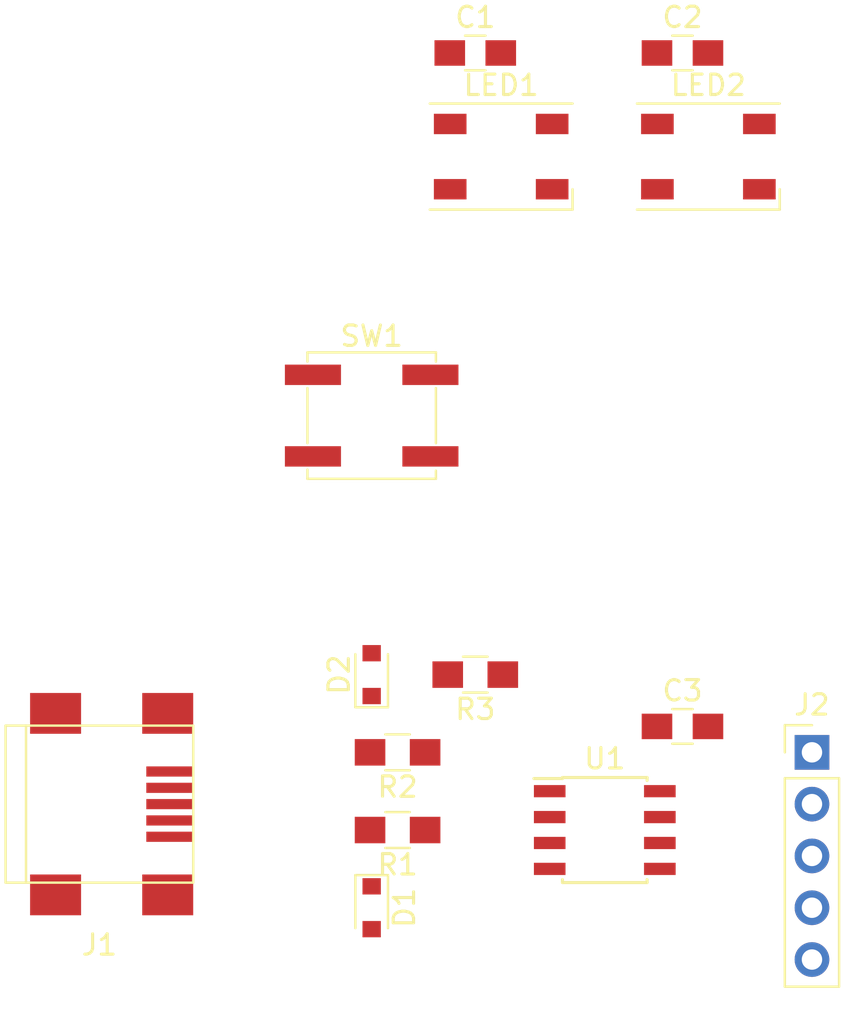
<source format=kicad_pcb>
(kicad_pcb (version 4) (host pcbnew 4.0.6-e0-6349~53~ubuntu16.04.1)

  (general
    (links 36)
    (no_connects 36)
    (area 0 0 0 0)
    (thickness 1.6)
    (drawings 0)
    (tracks 1)
    (zones 0)
    (modules 14)
    (nets 15)
  )

  (page A4)
  (layers
    (0 F.Cu signal)
    (31 B.Cu signal)
    (32 B.Adhes user)
    (33 F.Adhes user)
    (34 B.Paste user)
    (35 F.Paste user)
    (36 B.SilkS user)
    (37 F.SilkS user)
    (38 B.Mask user)
    (39 F.Mask user)
    (40 Dwgs.User user)
    (41 Cmts.User user)
    (42 Eco1.User user)
    (43 Eco2.User user)
    (44 Edge.Cuts user)
    (45 Margin user)
    (46 B.CrtYd user)
    (47 F.CrtYd user)
    (48 B.Fab user)
    (49 F.Fab user)
  )

  (setup
    (last_trace_width 0.25)
    (trace_clearance 0.2)
    (zone_clearance 0.508)
    (zone_45_only no)
    (trace_min 0.2)
    (segment_width 0.2)
    (edge_width 0.15)
    (via_size 0.6)
    (via_drill 0.4)
    (via_min_size 0.4)
    (via_min_drill 0.3)
    (uvia_size 0.3)
    (uvia_drill 0.1)
    (uvias_allowed no)
    (uvia_min_size 0.2)
    (uvia_min_drill 0.1)
    (pcb_text_width 0.3)
    (pcb_text_size 1.5 1.5)
    (mod_edge_width 0.15)
    (mod_text_size 1 1)
    (mod_text_width 0.15)
    (pad_size 1.524 1.524)
    (pad_drill 0.762)
    (pad_to_mask_clearance 0.2)
    (aux_axis_origin 0 0)
    (visible_elements FFFFFF7F)
    (pcbplotparams
      (layerselection 0x00030_80000001)
      (usegerberextensions false)
      (excludeedgelayer true)
      (linewidth 0.100000)
      (plotframeref false)
      (viasonmask false)
      (mode 1)
      (useauxorigin false)
      (hpglpennumber 1)
      (hpglpenspeed 20)
      (hpglpendiameter 15)
      (hpglpenoverlay 2)
      (psnegative false)
      (psa4output false)
      (plotreference true)
      (plotvalue true)
      (plotinvisibletext false)
      (padsonsilk false)
      (subtractmaskfromsilk false)
      (outputformat 1)
      (mirror false)
      (drillshape 1)
      (scaleselection 1)
      (outputdirectory ""))
  )

  (net 0 "")
  (net 1 +5V)
  (net 2 GND)
  (net 3 "Net-(D1-Pad1)")
  (net 4 "Net-(D2-Pad1)")
  (net 5 "Net-(J1-Pad4)")
  (net 6 "Net-(J2-Pad2)")
  (net 7 "Net-(J2-Pad3)")
  (net 8 "Net-(J2-Pad4)")
  (net 9 "Net-(LED1-Pad4)")
  (net 10 "Net-(LED1-Pad2)")
  (net 11 "Net-(LED2-Pad2)")
  (net 12 "Net-(R1-Pad1)")
  (net 13 "Net-(R2-Pad1)")
  (net 14 "Net-(SW1-Pad2)")

  (net_class Default "This is the default net class."
    (clearance 0.2)
    (trace_width 0.25)
    (via_dia 0.6)
    (via_drill 0.4)
    (uvia_dia 0.3)
    (uvia_drill 0.1)
    (add_net +5V)
    (add_net GND)
    (add_net "Net-(D1-Pad1)")
    (add_net "Net-(D2-Pad1)")
    (add_net "Net-(J1-Pad4)")
    (add_net "Net-(J2-Pad2)")
    (add_net "Net-(J2-Pad3)")
    (add_net "Net-(J2-Pad4)")
    (add_net "Net-(LED1-Pad2)")
    (add_net "Net-(LED1-Pad4)")
    (add_net "Net-(LED2-Pad2)")
    (add_net "Net-(R1-Pad1)")
    (add_net "Net-(R2-Pad1)")
    (add_net "Net-(SW1-Pad2)")
  )

  (module Capacitors_SMD:C_0805_HandSoldering (layer F.Cu) (tedit 58AA84A8) (tstamp 59168EAD)
    (at 158.75 82.55)
    (descr "Capacitor SMD 0805, hand soldering")
    (tags "capacitor 0805")
    (path /59168918)
    (attr smd)
    (fp_text reference C1 (at 0 -1.75) (layer F.SilkS)
      (effects (font (size 1 1) (thickness 0.15)))
    )
    (fp_text value 0.1uF (at 0 1.75) (layer F.Fab)
      (effects (font (size 1 1) (thickness 0.15)))
    )
    (fp_text user %R (at 0 -1.75) (layer F.Fab)
      (effects (font (size 1 1) (thickness 0.15)))
    )
    (fp_line (start -1 0.62) (end -1 -0.62) (layer F.Fab) (width 0.1))
    (fp_line (start 1 0.62) (end -1 0.62) (layer F.Fab) (width 0.1))
    (fp_line (start 1 -0.62) (end 1 0.62) (layer F.Fab) (width 0.1))
    (fp_line (start -1 -0.62) (end 1 -0.62) (layer F.Fab) (width 0.1))
    (fp_line (start 0.5 -0.85) (end -0.5 -0.85) (layer F.SilkS) (width 0.12))
    (fp_line (start -0.5 0.85) (end 0.5 0.85) (layer F.SilkS) (width 0.12))
    (fp_line (start -2.25 -0.88) (end 2.25 -0.88) (layer F.CrtYd) (width 0.05))
    (fp_line (start -2.25 -0.88) (end -2.25 0.87) (layer F.CrtYd) (width 0.05))
    (fp_line (start 2.25 0.87) (end 2.25 -0.88) (layer F.CrtYd) (width 0.05))
    (fp_line (start 2.25 0.87) (end -2.25 0.87) (layer F.CrtYd) (width 0.05))
    (pad 1 smd rect (at -1.25 0) (size 1.5 1.25) (layers F.Cu F.Paste F.Mask)
      (net 1 +5V))
    (pad 2 smd rect (at 1.25 0) (size 1.5 1.25) (layers F.Cu F.Paste F.Mask)
      (net 2 GND))
    (model Capacitors_SMD.3dshapes/C_0805.wrl
      (at (xyz 0 0 0))
      (scale (xyz 1 1 1))
      (rotate (xyz 0 0 0))
    )
  )

  (module Capacitors_SMD:C_0805_HandSoldering (layer F.Cu) (tedit 58AA84A8) (tstamp 59168EB3)
    (at 168.91 82.55)
    (descr "Capacitor SMD 0805, hand soldering")
    (tags "capacitor 0805")
    (path /59168B47)
    (attr smd)
    (fp_text reference C2 (at 0 -1.75) (layer F.SilkS)
      (effects (font (size 1 1) (thickness 0.15)))
    )
    (fp_text value 0.1uF (at 0 1.75) (layer F.Fab)
      (effects (font (size 1 1) (thickness 0.15)))
    )
    (fp_text user %R (at 0 -1.75) (layer F.Fab)
      (effects (font (size 1 1) (thickness 0.15)))
    )
    (fp_line (start -1 0.62) (end -1 -0.62) (layer F.Fab) (width 0.1))
    (fp_line (start 1 0.62) (end -1 0.62) (layer F.Fab) (width 0.1))
    (fp_line (start 1 -0.62) (end 1 0.62) (layer F.Fab) (width 0.1))
    (fp_line (start -1 -0.62) (end 1 -0.62) (layer F.Fab) (width 0.1))
    (fp_line (start 0.5 -0.85) (end -0.5 -0.85) (layer F.SilkS) (width 0.12))
    (fp_line (start -0.5 0.85) (end 0.5 0.85) (layer F.SilkS) (width 0.12))
    (fp_line (start -2.25 -0.88) (end 2.25 -0.88) (layer F.CrtYd) (width 0.05))
    (fp_line (start -2.25 -0.88) (end -2.25 0.87) (layer F.CrtYd) (width 0.05))
    (fp_line (start 2.25 0.87) (end 2.25 -0.88) (layer F.CrtYd) (width 0.05))
    (fp_line (start 2.25 0.87) (end -2.25 0.87) (layer F.CrtYd) (width 0.05))
    (pad 1 smd rect (at -1.25 0) (size 1.5 1.25) (layers F.Cu F.Paste F.Mask)
      (net 1 +5V))
    (pad 2 smd rect (at 1.25 0) (size 1.5 1.25) (layers F.Cu F.Paste F.Mask)
      (net 2 GND))
    (model Capacitors_SMD.3dshapes/C_0805.wrl
      (at (xyz 0 0 0))
      (scale (xyz 1 1 1))
      (rotate (xyz 0 0 0))
    )
  )

  (module Capacitors_SMD:C_0805_HandSoldering (layer F.Cu) (tedit 58AA84A8) (tstamp 59168EB9)
    (at 168.91 115.57)
    (descr "Capacitor SMD 0805, hand soldering")
    (tags "capacitor 0805")
    (path /59168700)
    (attr smd)
    (fp_text reference C3 (at 0 -1.75) (layer F.SilkS)
      (effects (font (size 1 1) (thickness 0.15)))
    )
    (fp_text value 0.1uF (at 0 1.75) (layer F.Fab)
      (effects (font (size 1 1) (thickness 0.15)))
    )
    (fp_text user %R (at 0 -1.75) (layer F.Fab)
      (effects (font (size 1 1) (thickness 0.15)))
    )
    (fp_line (start -1 0.62) (end -1 -0.62) (layer F.Fab) (width 0.1))
    (fp_line (start 1 0.62) (end -1 0.62) (layer F.Fab) (width 0.1))
    (fp_line (start 1 -0.62) (end 1 0.62) (layer F.Fab) (width 0.1))
    (fp_line (start -1 -0.62) (end 1 -0.62) (layer F.Fab) (width 0.1))
    (fp_line (start 0.5 -0.85) (end -0.5 -0.85) (layer F.SilkS) (width 0.12))
    (fp_line (start -0.5 0.85) (end 0.5 0.85) (layer F.SilkS) (width 0.12))
    (fp_line (start -2.25 -0.88) (end 2.25 -0.88) (layer F.CrtYd) (width 0.05))
    (fp_line (start -2.25 -0.88) (end -2.25 0.87) (layer F.CrtYd) (width 0.05))
    (fp_line (start 2.25 0.87) (end 2.25 -0.88) (layer F.CrtYd) (width 0.05))
    (fp_line (start 2.25 0.87) (end -2.25 0.87) (layer F.CrtYd) (width 0.05))
    (pad 1 smd rect (at -1.25 0) (size 1.5 1.25) (layers F.Cu F.Paste F.Mask)
      (net 1 +5V))
    (pad 2 smd rect (at 1.25 0) (size 1.5 1.25) (layers F.Cu F.Paste F.Mask)
      (net 2 GND))
    (model Capacitors_SMD.3dshapes/C_0805.wrl
      (at (xyz 0 0 0))
      (scale (xyz 1 1 1))
      (rotate (xyz 0 0 0))
    )
  )

  (module Diodes_SMD:D_0805 (layer F.Cu) (tedit 590CE9A4) (tstamp 59168EBF)
    (at 153.67 124.46 270)
    (descr "Diode SMD in 0805 package http://datasheets.avx.com/schottky.pdf")
    (tags "smd diode")
    (path /59168133)
    (attr smd)
    (fp_text reference D1 (at 0 -1.6 270) (layer F.SilkS)
      (effects (font (size 1 1) (thickness 0.15)))
    )
    (fp_text value 3.6V (at 0 1.7 270) (layer F.Fab)
      (effects (font (size 1 1) (thickness 0.15)))
    )
    (fp_text user %R (at 0 -1.6 270) (layer F.Fab)
      (effects (font (size 1 1) (thickness 0.15)))
    )
    (fp_line (start -1.6 -0.8) (end -1.6 0.8) (layer F.SilkS) (width 0.12))
    (fp_line (start -1.7 0.88) (end -1.7 -0.88) (layer F.CrtYd) (width 0.05))
    (fp_line (start 1.7 0.88) (end -1.7 0.88) (layer F.CrtYd) (width 0.05))
    (fp_line (start 1.7 -0.88) (end 1.7 0.88) (layer F.CrtYd) (width 0.05))
    (fp_line (start -1.7 -0.88) (end 1.7 -0.88) (layer F.CrtYd) (width 0.05))
    (fp_line (start 0.2 0) (end 0.4 0) (layer F.Fab) (width 0.1))
    (fp_line (start -0.1 0) (end -0.3 0) (layer F.Fab) (width 0.1))
    (fp_line (start -0.1 -0.2) (end -0.1 0.2) (layer F.Fab) (width 0.1))
    (fp_line (start 0.2 0.2) (end 0.2 -0.2) (layer F.Fab) (width 0.1))
    (fp_line (start -0.1 0) (end 0.2 0.2) (layer F.Fab) (width 0.1))
    (fp_line (start 0.2 -0.2) (end -0.1 0) (layer F.Fab) (width 0.1))
    (fp_line (start -1 0.65) (end -1 -0.65) (layer F.Fab) (width 0.1))
    (fp_line (start 1 0.65) (end -1 0.65) (layer F.Fab) (width 0.1))
    (fp_line (start 1 -0.65) (end 1 0.65) (layer F.Fab) (width 0.1))
    (fp_line (start -1 -0.65) (end 1 -0.65) (layer F.Fab) (width 0.1))
    (fp_line (start -1.6 0.8) (end 1 0.8) (layer F.SilkS) (width 0.12))
    (fp_line (start -1.6 -0.8) (end 1 -0.8) (layer F.SilkS) (width 0.12))
    (pad 1 smd rect (at -1.05 0 270) (size 0.8 0.9) (layers F.Cu F.Paste F.Mask)
      (net 3 "Net-(D1-Pad1)"))
    (pad 2 smd rect (at 1.05 0 270) (size 0.8 0.9) (layers F.Cu F.Paste F.Mask)
      (net 2 GND))
    (model ${KISYS3DMOD}/Diodes_SMD.3dshapes/D_0805.wrl
      (at (xyz 0 0 0))
      (scale (xyz 1 1 1))
      (rotate (xyz 0 0 0))
    )
  )

  (module Diodes_SMD:D_0805 (layer F.Cu) (tedit 590CE9A4) (tstamp 59168EC5)
    (at 153.67 113.03 90)
    (descr "Diode SMD in 0805 package http://datasheets.avx.com/schottky.pdf")
    (tags "smd diode")
    (path /59168196)
    (attr smd)
    (fp_text reference D2 (at 0 -1.6 90) (layer F.SilkS)
      (effects (font (size 1 1) (thickness 0.15)))
    )
    (fp_text value 3.6V (at 0 1.7 90) (layer F.Fab)
      (effects (font (size 1 1) (thickness 0.15)))
    )
    (fp_text user %R (at 0 -1.6 90) (layer F.Fab)
      (effects (font (size 1 1) (thickness 0.15)))
    )
    (fp_line (start -1.6 -0.8) (end -1.6 0.8) (layer F.SilkS) (width 0.12))
    (fp_line (start -1.7 0.88) (end -1.7 -0.88) (layer F.CrtYd) (width 0.05))
    (fp_line (start 1.7 0.88) (end -1.7 0.88) (layer F.CrtYd) (width 0.05))
    (fp_line (start 1.7 -0.88) (end 1.7 0.88) (layer F.CrtYd) (width 0.05))
    (fp_line (start -1.7 -0.88) (end 1.7 -0.88) (layer F.CrtYd) (width 0.05))
    (fp_line (start 0.2 0) (end 0.4 0) (layer F.Fab) (width 0.1))
    (fp_line (start -0.1 0) (end -0.3 0) (layer F.Fab) (width 0.1))
    (fp_line (start -0.1 -0.2) (end -0.1 0.2) (layer F.Fab) (width 0.1))
    (fp_line (start 0.2 0.2) (end 0.2 -0.2) (layer F.Fab) (width 0.1))
    (fp_line (start -0.1 0) (end 0.2 0.2) (layer F.Fab) (width 0.1))
    (fp_line (start 0.2 -0.2) (end -0.1 0) (layer F.Fab) (width 0.1))
    (fp_line (start -1 0.65) (end -1 -0.65) (layer F.Fab) (width 0.1))
    (fp_line (start 1 0.65) (end -1 0.65) (layer F.Fab) (width 0.1))
    (fp_line (start 1 -0.65) (end 1 0.65) (layer F.Fab) (width 0.1))
    (fp_line (start -1 -0.65) (end 1 -0.65) (layer F.Fab) (width 0.1))
    (fp_line (start -1.6 0.8) (end 1 0.8) (layer F.SilkS) (width 0.12))
    (fp_line (start -1.6 -0.8) (end 1 -0.8) (layer F.SilkS) (width 0.12))
    (pad 1 smd rect (at -1.05 0 90) (size 0.8 0.9) (layers F.Cu F.Paste F.Mask)
      (net 4 "Net-(D2-Pad1)"))
    (pad 2 smd rect (at 1.05 0 90) (size 0.8 0.9) (layers F.Cu F.Paste F.Mask)
      (net 2 GND))
    (model ${KISYS3DMOD}/Diodes_SMD.3dshapes/D_0805.wrl
      (at (xyz 0 0 0))
      (scale (xyz 1 1 1))
      (rotate (xyz 0 0 0))
    )
  )

  (module Connectors:USB_Mini-B (layer F.Cu) (tedit 5543E571) (tstamp 59168EDD)
    (at 140.97 119.38)
    (descr "USB Mini-B 5-pin SMD connector")
    (tags "USB USB_B USB_Mini connector")
    (path /59168025)
    (attr smd)
    (fp_text reference J1 (at -0.65 6.9) (layer F.SilkS)
      (effects (font (size 1 1) (thickness 0.15)))
    )
    (fp_text value USB_OTG (at -0.65 -7.1) (layer F.Fab)
      (effects (font (size 1 1) (thickness 0.15)))
    )
    (fp_line (start -5.5 -5.7) (end 4.2 -5.7) (layer F.CrtYd) (width 0.05))
    (fp_line (start 4.2 -5.7) (end 4.2 5.7) (layer F.CrtYd) (width 0.05))
    (fp_line (start 4.2 5.7) (end -5.5 5.7) (layer F.CrtYd) (width 0.05))
    (fp_line (start -5.5 5.7) (end -5.5 -5.7) (layer F.CrtYd) (width 0.05))
    (fp_line (start -4.25 -3.85) (end -4.25 3.85) (layer F.SilkS) (width 0.12))
    (fp_line (start -5.25 -3.85) (end -5.25 3.85) (layer F.SilkS) (width 0.12))
    (fp_line (start -5.25 3.85) (end 3.95 3.85) (layer F.SilkS) (width 0.12))
    (fp_line (start 3.95 3.85) (end 3.95 -3.85) (layer F.SilkS) (width 0.12))
    (fp_line (start 3.95 -3.85) (end -5.25 -3.85) (layer F.SilkS) (width 0.12))
    (pad 1 smd rect (at 2.8 -1.6) (size 2.3 0.5) (layers F.Cu F.Paste F.Mask)
      (net 1 +5V))
    (pad 2 smd rect (at 2.8 -0.8) (size 2.3 0.5) (layers F.Cu F.Paste F.Mask)
      (net 4 "Net-(D2-Pad1)"))
    (pad 3 smd rect (at 2.8 0) (size 2.3 0.5) (layers F.Cu F.Paste F.Mask)
      (net 3 "Net-(D1-Pad1)"))
    (pad 4 smd rect (at 2.8 0.8) (size 2.3 0.5) (layers F.Cu F.Paste F.Mask)
      (net 5 "Net-(J1-Pad4)"))
    (pad 5 smd rect (at 2.8 1.6) (size 2.3 0.5) (layers F.Cu F.Paste F.Mask)
      (net 2 GND))
    (pad 6 smd rect (at 2.7 -4.45) (size 2.5 2) (layers F.Cu F.Paste F.Mask)
      (net 2 GND))
    (pad 6 smd rect (at -2.8 -4.45) (size 2.5 2) (layers F.Cu F.Paste F.Mask)
      (net 2 GND))
    (pad 6 smd rect (at 2.7 4.45) (size 2.5 2) (layers F.Cu F.Paste F.Mask)
      (net 2 GND))
    (pad 6 smd rect (at -2.8 4.45) (size 2.5 2) (layers F.Cu F.Paste F.Mask)
      (net 2 GND))
    (pad "" np_thru_hole circle (at 0.2 -2.2) (size 0.9 0.9) (drill 0.9) (layers *.Cu *.Mask))
    (pad "" np_thru_hole circle (at 0.2 2.2) (size 0.9 0.9) (drill 0.9) (layers *.Cu *.Mask))
  )

  (module Pin_Headers:Pin_Header_Straight_1x05_Pitch2.54mm (layer F.Cu) (tedit 58CD4EC1) (tstamp 59168EE6)
    (at 175.26 116.84)
    (descr "Through hole straight pin header, 1x05, 2.54mm pitch, single row")
    (tags "Through hole pin header THT 1x05 2.54mm single row")
    (path /591692F5)
    (fp_text reference J2 (at 0 -2.33) (layer F.SilkS)
      (effects (font (size 1 1) (thickness 0.15)))
    )
    (fp_text value RTC (at 0 12.49) (layer F.Fab)
      (effects (font (size 1 1) (thickness 0.15)))
    )
    (fp_line (start -1.27 -1.27) (end -1.27 11.43) (layer F.Fab) (width 0.1))
    (fp_line (start -1.27 11.43) (end 1.27 11.43) (layer F.Fab) (width 0.1))
    (fp_line (start 1.27 11.43) (end 1.27 -1.27) (layer F.Fab) (width 0.1))
    (fp_line (start 1.27 -1.27) (end -1.27 -1.27) (layer F.Fab) (width 0.1))
    (fp_line (start -1.33 1.27) (end -1.33 11.49) (layer F.SilkS) (width 0.12))
    (fp_line (start -1.33 11.49) (end 1.33 11.49) (layer F.SilkS) (width 0.12))
    (fp_line (start 1.33 11.49) (end 1.33 1.27) (layer F.SilkS) (width 0.12))
    (fp_line (start 1.33 1.27) (end -1.33 1.27) (layer F.SilkS) (width 0.12))
    (fp_line (start -1.33 0) (end -1.33 -1.33) (layer F.SilkS) (width 0.12))
    (fp_line (start -1.33 -1.33) (end 0 -1.33) (layer F.SilkS) (width 0.12))
    (fp_line (start -1.8 -1.8) (end -1.8 11.95) (layer F.CrtYd) (width 0.05))
    (fp_line (start -1.8 11.95) (end 1.8 11.95) (layer F.CrtYd) (width 0.05))
    (fp_line (start 1.8 11.95) (end 1.8 -1.8) (layer F.CrtYd) (width 0.05))
    (fp_line (start 1.8 -1.8) (end -1.8 -1.8) (layer F.CrtYd) (width 0.05))
    (fp_text user %R (at 0 -2.33) (layer F.Fab)
      (effects (font (size 1 1) (thickness 0.15)))
    )
    (pad 1 thru_hole rect (at 0 0) (size 1.7 1.7) (drill 1) (layers *.Cu *.Mask)
      (net 1 +5V))
    (pad 2 thru_hole oval (at 0 2.54) (size 1.7 1.7) (drill 1) (layers *.Cu *.Mask)
      (net 6 "Net-(J2-Pad2)"))
    (pad 3 thru_hole oval (at 0 5.08) (size 1.7 1.7) (drill 1) (layers *.Cu *.Mask)
      (net 7 "Net-(J2-Pad3)"))
    (pad 4 thru_hole oval (at 0 7.62) (size 1.7 1.7) (drill 1) (layers *.Cu *.Mask)
      (net 8 "Net-(J2-Pad4)"))
    (pad 5 thru_hole oval (at 0 10.16) (size 1.7 1.7) (drill 1) (layers *.Cu *.Mask)
      (net 2 GND))
    (model ${KISYS3DMOD}/Pin_Headers.3dshapes/Pin_Header_Straight_1x05_Pitch2.54mm.wrl
      (at (xyz 0 -0.2 0))
      (scale (xyz 1 1 1))
      (rotate (xyz 0 0 90))
    )
  )

  (module LEDs:LED_WS2812B-PLCC4 (layer F.Cu) (tedit 587A6D9E) (tstamp 59168EEE)
    (at 160.02 87.63)
    (descr http://www.world-semi.com/uploads/soft/150522/1-150522091P5.pdf)
    (tags "LED NeoPixel")
    (path /5916862C)
    (attr smd)
    (fp_text reference LED1 (at 0 -3.5) (layer F.SilkS)
      (effects (font (size 1 1) (thickness 0.15)))
    )
    (fp_text value WS2812B (at 0 4) (layer F.Fab)
      (effects (font (size 1 1) (thickness 0.15)))
    )
    (fp_line (start 3.75 -2.85) (end -3.75 -2.85) (layer F.CrtYd) (width 0.05))
    (fp_line (start 3.75 2.85) (end 3.75 -2.85) (layer F.CrtYd) (width 0.05))
    (fp_line (start -3.75 2.85) (end 3.75 2.85) (layer F.CrtYd) (width 0.05))
    (fp_line (start -3.75 -2.85) (end -3.75 2.85) (layer F.CrtYd) (width 0.05))
    (fp_line (start 2.5 1.5) (end 1.5 2.5) (layer F.Fab) (width 0.1))
    (fp_line (start -2.5 -2.5) (end -2.5 2.5) (layer F.Fab) (width 0.1))
    (fp_line (start -2.5 2.5) (end 2.5 2.5) (layer F.Fab) (width 0.1))
    (fp_line (start 2.5 2.5) (end 2.5 -2.5) (layer F.Fab) (width 0.1))
    (fp_line (start 2.5 -2.5) (end -2.5 -2.5) (layer F.Fab) (width 0.1))
    (fp_line (start -3.5 -2.6) (end 3.5 -2.6) (layer F.SilkS) (width 0.12))
    (fp_line (start -3.5 2.6) (end 3.5 2.6) (layer F.SilkS) (width 0.12))
    (fp_line (start 3.5 2.6) (end 3.5 1.6) (layer F.SilkS) (width 0.12))
    (fp_circle (center 0 0) (end 0 -2) (layer F.Fab) (width 0.1))
    (pad 3 smd rect (at 2.5 1.6) (size 1.6 1) (layers F.Cu F.Paste F.Mask)
      (net 2 GND))
    (pad 4 smd rect (at 2.5 -1.6) (size 1.6 1) (layers F.Cu F.Paste F.Mask)
      (net 9 "Net-(LED1-Pad4)"))
    (pad 2 smd rect (at -2.5 1.6) (size 1.6 1) (layers F.Cu F.Paste F.Mask)
      (net 10 "Net-(LED1-Pad2)"))
    (pad 1 smd rect (at -2.5 -1.6) (size 1.6 1) (layers F.Cu F.Paste F.Mask)
      (net 1 +5V))
    (model LEDs.3dshapes/LED_WS2812B-PLCC4.wrl
      (at (xyz 0 0 0))
      (scale (xyz 0.39 0.39 0.39))
      (rotate (xyz 0 0 180))
    )
  )

  (module LEDs:LED_WS2812B-PLCC4 (layer F.Cu) (tedit 587A6D9E) (tstamp 59168EF6)
    (at 170.18 87.63)
    (descr http://www.world-semi.com/uploads/soft/150522/1-150522091P5.pdf)
    (tags "LED NeoPixel")
    (path /59168683)
    (attr smd)
    (fp_text reference LED2 (at 0 -3.5) (layer F.SilkS)
      (effects (font (size 1 1) (thickness 0.15)))
    )
    (fp_text value WS2812B (at 0 4) (layer F.Fab)
      (effects (font (size 1 1) (thickness 0.15)))
    )
    (fp_line (start 3.75 -2.85) (end -3.75 -2.85) (layer F.CrtYd) (width 0.05))
    (fp_line (start 3.75 2.85) (end 3.75 -2.85) (layer F.CrtYd) (width 0.05))
    (fp_line (start -3.75 2.85) (end 3.75 2.85) (layer F.CrtYd) (width 0.05))
    (fp_line (start -3.75 -2.85) (end -3.75 2.85) (layer F.CrtYd) (width 0.05))
    (fp_line (start 2.5 1.5) (end 1.5 2.5) (layer F.Fab) (width 0.1))
    (fp_line (start -2.5 -2.5) (end -2.5 2.5) (layer F.Fab) (width 0.1))
    (fp_line (start -2.5 2.5) (end 2.5 2.5) (layer F.Fab) (width 0.1))
    (fp_line (start 2.5 2.5) (end 2.5 -2.5) (layer F.Fab) (width 0.1))
    (fp_line (start 2.5 -2.5) (end -2.5 -2.5) (layer F.Fab) (width 0.1))
    (fp_line (start -3.5 -2.6) (end 3.5 -2.6) (layer F.SilkS) (width 0.12))
    (fp_line (start -3.5 2.6) (end 3.5 2.6) (layer F.SilkS) (width 0.12))
    (fp_line (start 3.5 2.6) (end 3.5 1.6) (layer F.SilkS) (width 0.12))
    (fp_circle (center 0 0) (end 0 -2) (layer F.Fab) (width 0.1))
    (pad 3 smd rect (at 2.5 1.6) (size 1.6 1) (layers F.Cu F.Paste F.Mask)
      (net 2 GND))
    (pad 4 smd rect (at 2.5 -1.6) (size 1.6 1) (layers F.Cu F.Paste F.Mask)
      (net 10 "Net-(LED1-Pad2)"))
    (pad 2 smd rect (at -2.5 1.6) (size 1.6 1) (layers F.Cu F.Paste F.Mask)
      (net 11 "Net-(LED2-Pad2)"))
    (pad 1 smd rect (at -2.5 -1.6) (size 1.6 1) (layers F.Cu F.Paste F.Mask)
      (net 1 +5V))
    (model LEDs.3dshapes/LED_WS2812B-PLCC4.wrl
      (at (xyz 0 0 0))
      (scale (xyz 0.39 0.39 0.39))
      (rotate (xyz 0 0 180))
    )
  )

  (module Resistors_SMD:R_0805_HandSoldering (layer F.Cu) (tedit 58E0A804) (tstamp 59168EFC)
    (at 154.94 120.65 180)
    (descr "Resistor SMD 0805, hand soldering")
    (tags "resistor 0805")
    (path /591681E6)
    (attr smd)
    (fp_text reference R1 (at 0 -1.7 180) (layer F.SilkS)
      (effects (font (size 1 1) (thickness 0.15)))
    )
    (fp_text value 68 (at 0 1.75 180) (layer F.Fab)
      (effects (font (size 1 1) (thickness 0.15)))
    )
    (fp_text user %R (at 0 0 180) (layer F.Fab)
      (effects (font (size 0.5 0.5) (thickness 0.075)))
    )
    (fp_line (start -1 0.62) (end -1 -0.62) (layer F.Fab) (width 0.1))
    (fp_line (start 1 0.62) (end -1 0.62) (layer F.Fab) (width 0.1))
    (fp_line (start 1 -0.62) (end 1 0.62) (layer F.Fab) (width 0.1))
    (fp_line (start -1 -0.62) (end 1 -0.62) (layer F.Fab) (width 0.1))
    (fp_line (start 0.6 0.88) (end -0.6 0.88) (layer F.SilkS) (width 0.12))
    (fp_line (start -0.6 -0.88) (end 0.6 -0.88) (layer F.SilkS) (width 0.12))
    (fp_line (start -2.35 -0.9) (end 2.35 -0.9) (layer F.CrtYd) (width 0.05))
    (fp_line (start -2.35 -0.9) (end -2.35 0.9) (layer F.CrtYd) (width 0.05))
    (fp_line (start 2.35 0.9) (end 2.35 -0.9) (layer F.CrtYd) (width 0.05))
    (fp_line (start 2.35 0.9) (end -2.35 0.9) (layer F.CrtYd) (width 0.05))
    (pad 1 smd rect (at -1.35 0 180) (size 1.5 1.3) (layers F.Cu F.Paste F.Mask)
      (net 12 "Net-(R1-Pad1)"))
    (pad 2 smd rect (at 1.35 0 180) (size 1.5 1.3) (layers F.Cu F.Paste F.Mask)
      (net 3 "Net-(D1-Pad1)"))
    (model ${KISYS3DMOD}/Resistors_SMD.3dshapes/R_0805.wrl
      (at (xyz 0 0 0))
      (scale (xyz 1 1 1))
      (rotate (xyz 0 0 0))
    )
  )

  (module Resistors_SMD:R_0805_HandSoldering (layer F.Cu) (tedit 58E0A804) (tstamp 59168F02)
    (at 154.94 116.84 180)
    (descr "Resistor SMD 0805, hand soldering")
    (tags "resistor 0805")
    (path /591681B8)
    (attr smd)
    (fp_text reference R2 (at 0 -1.7 180) (layer F.SilkS)
      (effects (font (size 1 1) (thickness 0.15)))
    )
    (fp_text value 68 (at 0 1.75 180) (layer F.Fab)
      (effects (font (size 1 1) (thickness 0.15)))
    )
    (fp_text user %R (at 0 0 180) (layer F.Fab)
      (effects (font (size 0.5 0.5) (thickness 0.075)))
    )
    (fp_line (start -1 0.62) (end -1 -0.62) (layer F.Fab) (width 0.1))
    (fp_line (start 1 0.62) (end -1 0.62) (layer F.Fab) (width 0.1))
    (fp_line (start 1 -0.62) (end 1 0.62) (layer F.Fab) (width 0.1))
    (fp_line (start -1 -0.62) (end 1 -0.62) (layer F.Fab) (width 0.1))
    (fp_line (start 0.6 0.88) (end -0.6 0.88) (layer F.SilkS) (width 0.12))
    (fp_line (start -0.6 -0.88) (end 0.6 -0.88) (layer F.SilkS) (width 0.12))
    (fp_line (start -2.35 -0.9) (end 2.35 -0.9) (layer F.CrtYd) (width 0.05))
    (fp_line (start -2.35 -0.9) (end -2.35 0.9) (layer F.CrtYd) (width 0.05))
    (fp_line (start 2.35 0.9) (end 2.35 -0.9) (layer F.CrtYd) (width 0.05))
    (fp_line (start 2.35 0.9) (end -2.35 0.9) (layer F.CrtYd) (width 0.05))
    (pad 1 smd rect (at -1.35 0 180) (size 1.5 1.3) (layers F.Cu F.Paste F.Mask)
      (net 13 "Net-(R2-Pad1)"))
    (pad 2 smd rect (at 1.35 0 180) (size 1.5 1.3) (layers F.Cu F.Paste F.Mask)
      (net 4 "Net-(D2-Pad1)"))
    (model ${KISYS3DMOD}/Resistors_SMD.3dshapes/R_0805.wrl
      (at (xyz 0 0 0))
      (scale (xyz 1 1 1))
      (rotate (xyz 0 0 0))
    )
  )

  (module Resistors_SMD:R_0805_HandSoldering (layer F.Cu) (tedit 58E0A804) (tstamp 59168F08)
    (at 158.75 113.03 180)
    (descr "Resistor SMD 0805, hand soldering")
    (tags "resistor 0805")
    (path /5916844B)
    (attr smd)
    (fp_text reference R3 (at 0 -1.7 180) (layer F.SilkS)
      (effects (font (size 1 1) (thickness 0.15)))
    )
    (fp_text value 1.5k (at 0 1.75 180) (layer F.Fab)
      (effects (font (size 1 1) (thickness 0.15)))
    )
    (fp_text user %R (at 0 0 180) (layer F.Fab)
      (effects (font (size 0.5 0.5) (thickness 0.075)))
    )
    (fp_line (start -1 0.62) (end -1 -0.62) (layer F.Fab) (width 0.1))
    (fp_line (start 1 0.62) (end -1 0.62) (layer F.Fab) (width 0.1))
    (fp_line (start 1 -0.62) (end 1 0.62) (layer F.Fab) (width 0.1))
    (fp_line (start -1 -0.62) (end 1 -0.62) (layer F.Fab) (width 0.1))
    (fp_line (start 0.6 0.88) (end -0.6 0.88) (layer F.SilkS) (width 0.12))
    (fp_line (start -0.6 -0.88) (end 0.6 -0.88) (layer F.SilkS) (width 0.12))
    (fp_line (start -2.35 -0.9) (end 2.35 -0.9) (layer F.CrtYd) (width 0.05))
    (fp_line (start -2.35 -0.9) (end -2.35 0.9) (layer F.CrtYd) (width 0.05))
    (fp_line (start 2.35 0.9) (end 2.35 -0.9) (layer F.CrtYd) (width 0.05))
    (fp_line (start 2.35 0.9) (end -2.35 0.9) (layer F.CrtYd) (width 0.05))
    (pad 1 smd rect (at -1.35 0 180) (size 1.5 1.3) (layers F.Cu F.Paste F.Mask)
      (net 1 +5V))
    (pad 2 smd rect (at 1.35 0 180) (size 1.5 1.3) (layers F.Cu F.Paste F.Mask)
      (net 13 "Net-(R2-Pad1)"))
    (model ${KISYS3DMOD}/Resistors_SMD.3dshapes/R_0805.wrl
      (at (xyz 0 0 0))
      (scale (xyz 1 1 1))
      (rotate (xyz 0 0 0))
    )
  )

  (module Buttons_Switches_SMD:SW_SPST_EVPBF (layer F.Cu) (tedit 587245CD) (tstamp 59168F10)
    (at 153.67 100.33)
    (descr "Light Touch Switch")
    (path /591697DF)
    (attr smd)
    (fp_text reference SW1 (at 0 -3.9) (layer F.SilkS)
      (effects (font (size 1 1) (thickness 0.15)))
    )
    (fp_text value SW_Push (at 0 4.25) (layer F.Fab)
      (effects (font (size 1 1) (thickness 0.15)))
    )
    (fp_line (start -3.15 2.65) (end -3.15 3.1) (layer F.SilkS) (width 0.12))
    (fp_line (start -3.15 3.1) (end 3.15 3.1) (layer F.SilkS) (width 0.12))
    (fp_line (start 3.15 3.1) (end 3.15 2.7) (layer F.SilkS) (width 0.12))
    (fp_line (start -3.15 1.35) (end -3.15 -1.35) (layer F.SilkS) (width 0.12))
    (fp_line (start 3.15 -1.35) (end 3.15 1.35) (layer F.SilkS) (width 0.12))
    (fp_line (start -3.15 -3.1) (end 3.15 -3.1) (layer F.SilkS) (width 0.12))
    (fp_line (start 3.15 -3.1) (end 3.15 -2.65) (layer F.SilkS) (width 0.12))
    (fp_line (start -3.15 -2.65) (end -3.15 -3.1) (layer F.SilkS) (width 0.12))
    (fp_line (start -3 -3) (end 3 -3) (layer F.Fab) (width 0.1))
    (fp_line (start 3 -3) (end 3 3) (layer F.Fab) (width 0.1))
    (fp_line (start 3 3) (end -3 3) (layer F.Fab) (width 0.1))
    (fp_line (start -3 3) (end -3 -3) (layer F.Fab) (width 0.1))
    (fp_text user %R (at 0 -3.9) (layer F.Fab)
      (effects (font (size 1 1) (thickness 0.15)))
    )
    (fp_line (start -4.5 -3.25) (end 4.5 -3.25) (layer F.CrtYd) (width 0.05))
    (fp_line (start 4.5 -3.25) (end 4.5 3.25) (layer F.CrtYd) (width 0.05))
    (fp_line (start 4.5 3.25) (end -4.5 3.25) (layer F.CrtYd) (width 0.05))
    (fp_line (start -4.5 3.25) (end -4.5 -3.25) (layer F.CrtYd) (width 0.05))
    (fp_circle (center 0 0) (end 1.7 0) (layer F.Fab) (width 0.1))
    (pad 1 smd rect (at 2.88 -2) (size 2.75 1) (layers F.Cu F.Paste F.Mask)
      (net 2 GND))
    (pad 1 smd rect (at -2.88 -2) (size 2.75 1) (layers F.Cu F.Paste F.Mask)
      (net 2 GND))
    (pad 2 smd rect (at -2.88 2) (size 2.75 1) (layers F.Cu F.Paste F.Mask)
      (net 14 "Net-(SW1-Pad2)"))
    (pad 2 smd rect (at 2.88 2) (size 2.75 1) (layers F.Cu F.Paste F.Mask)
      (net 14 "Net-(SW1-Pad2)"))
  )

  (module Housings_SOIC:SOIC-8_3.9x4.9mm_Pitch1.27mm (layer F.Cu) (tedit 58CD0CDA) (tstamp 59168F1C)
    (at 165.1 120.65)
    (descr "8-Lead Plastic Small Outline (SN) - Narrow, 3.90 mm Body [SOIC] (see Microchip Packaging Specification 00000049BS.pdf)")
    (tags "SOIC 1.27")
    (path /59167F03)
    (attr smd)
    (fp_text reference U1 (at 0 -3.5) (layer F.SilkS)
      (effects (font (size 1 1) (thickness 0.15)))
    )
    (fp_text value ATTINY85-20PU (at 0 3.5) (layer F.Fab)
      (effects (font (size 1 1) (thickness 0.15)))
    )
    (fp_text user %R (at 0 0) (layer F.Fab)
      (effects (font (size 1 1) (thickness 0.15)))
    )
    (fp_line (start -0.95 -2.45) (end 1.95 -2.45) (layer F.Fab) (width 0.1))
    (fp_line (start 1.95 -2.45) (end 1.95 2.45) (layer F.Fab) (width 0.1))
    (fp_line (start 1.95 2.45) (end -1.95 2.45) (layer F.Fab) (width 0.1))
    (fp_line (start -1.95 2.45) (end -1.95 -1.45) (layer F.Fab) (width 0.1))
    (fp_line (start -1.95 -1.45) (end -0.95 -2.45) (layer F.Fab) (width 0.1))
    (fp_line (start -3.73 -2.7) (end -3.73 2.7) (layer F.CrtYd) (width 0.05))
    (fp_line (start 3.73 -2.7) (end 3.73 2.7) (layer F.CrtYd) (width 0.05))
    (fp_line (start -3.73 -2.7) (end 3.73 -2.7) (layer F.CrtYd) (width 0.05))
    (fp_line (start -3.73 2.7) (end 3.73 2.7) (layer F.CrtYd) (width 0.05))
    (fp_line (start -2.075 -2.575) (end -2.075 -2.525) (layer F.SilkS) (width 0.15))
    (fp_line (start 2.075 -2.575) (end 2.075 -2.43) (layer F.SilkS) (width 0.15))
    (fp_line (start 2.075 2.575) (end 2.075 2.43) (layer F.SilkS) (width 0.15))
    (fp_line (start -2.075 2.575) (end -2.075 2.43) (layer F.SilkS) (width 0.15))
    (fp_line (start -2.075 -2.575) (end 2.075 -2.575) (layer F.SilkS) (width 0.15))
    (fp_line (start -2.075 2.575) (end 2.075 2.575) (layer F.SilkS) (width 0.15))
    (fp_line (start -2.075 -2.525) (end -3.475 -2.525) (layer F.SilkS) (width 0.15))
    (pad 1 smd rect (at -2.7 -1.905) (size 1.55 0.6) (layers F.Cu F.Paste F.Mask)
      (net 14 "Net-(SW1-Pad2)"))
    (pad 2 smd rect (at -2.7 -0.635) (size 1.55 0.6) (layers F.Cu F.Paste F.Mask)
      (net 13 "Net-(R2-Pad1)"))
    (pad 3 smd rect (at -2.7 0.635) (size 1.55 0.6) (layers F.Cu F.Paste F.Mask)
      (net 12 "Net-(R1-Pad1)"))
    (pad 4 smd rect (at -2.7 1.905) (size 1.55 0.6) (layers F.Cu F.Paste F.Mask)
      (net 2 GND))
    (pad 5 smd rect (at 2.7 1.905) (size 1.55 0.6) (layers F.Cu F.Paste F.Mask)
      (net 6 "Net-(J2-Pad2)"))
    (pad 6 smd rect (at 2.7 0.635) (size 1.55 0.6) (layers F.Cu F.Paste F.Mask)
      (net 9 "Net-(LED1-Pad4)"))
    (pad 7 smd rect (at 2.7 -0.635) (size 1.55 0.6) (layers F.Cu F.Paste F.Mask)
      (net 7 "Net-(J2-Pad3)"))
    (pad 8 smd rect (at 2.7 -1.905) (size 1.55 0.6) (layers F.Cu F.Paste F.Mask)
      (net 1 +5V))
    (model Housings_SOIC.3dshapes/SOIC-8_3.9x4.9mm_Pitch1.27mm.wrl
      (at (xyz 0 0 0))
      (scale (xyz 1 1 1))
      (rotate (xyz 0 0 0))
    )
  )

  (segment (start 153.67 116.76) (end 153.59 116.84) (width 0.25) (layer F.Cu) (net 4) (tstamp 5916908E))

)

</source>
